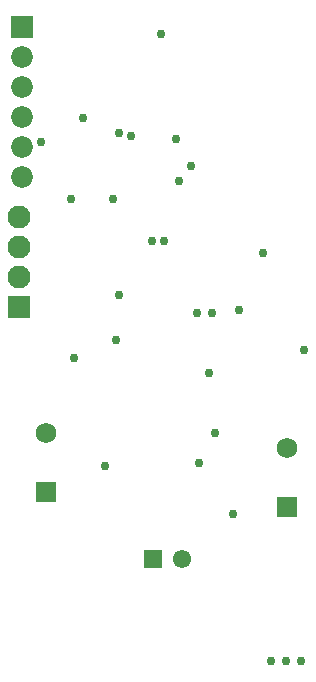
<source format=gbr>
G04*
G04 #@! TF.GenerationSoftware,Altium Limited,Altium Designer,25.7.1 (20)*
G04*
G04 Layer_Color=16711935*
%FSLAX44Y44*%
%MOMM*%
G71*
G04*
G04 #@! TF.SameCoordinates,265DE244-54D5-4CCD-A973-AF3357FD315F*
G04*
G04*
G04 #@! TF.FilePolarity,Negative*
G04*
G01*
G75*
%ADD55R,1.8400X1.8400*%
%ADD56C,1.8400*%
%ADD57C,1.5500*%
%ADD58C,1.9500*%
%ADD59R,1.9500X1.9500*%
%ADD60C,1.7500*%
%ADD61R,1.7500X1.7500*%
%ADD62R,1.5500X1.5500*%
%ADD63C,0.7500*%
D55*
X1502500Y808700D02*
D03*
D56*
Y783300D02*
D03*
Y757900D02*
D03*
Y732500D02*
D03*
Y707100D02*
D03*
Y681700D02*
D03*
D57*
X1638100Y358140D02*
D03*
D58*
X1500000Y648100D02*
D03*
Y622700D02*
D03*
Y597300D02*
D03*
D59*
Y571900D02*
D03*
D60*
X1727200Y452120D02*
D03*
X1522500Y465000D02*
D03*
D61*
X1727200Y402120D02*
D03*
X1522500Y415000D02*
D03*
D62*
X1613100Y358140D02*
D03*
D63*
X1554480Y731520D02*
D03*
X1518920Y711200D02*
D03*
X1666240Y464820D02*
D03*
X1595120Y716280D02*
D03*
X1686560Y568960D02*
D03*
X1651000Y566420D02*
D03*
X1741500Y535000D02*
D03*
X1635760Y678180D02*
D03*
X1633220Y713740D02*
D03*
X1738630Y271780D02*
D03*
X1713230D02*
D03*
X1725930D02*
D03*
X1661160Y515620D02*
D03*
X1652500Y440000D02*
D03*
X1620520Y802640D02*
D03*
X1584960Y718820D02*
D03*
Y581660D02*
D03*
X1582420Y543560D02*
D03*
X1572500Y437500D02*
D03*
X1544320Y662940D02*
D03*
X1546860Y528320D02*
D03*
X1706880Y617220D02*
D03*
X1645920Y690880D02*
D03*
X1623060Y627380D02*
D03*
X1579880Y662940D02*
D03*
X1681480Y396240D02*
D03*
X1663700Y566420D02*
D03*
X1612900Y627380D02*
D03*
M02*

</source>
